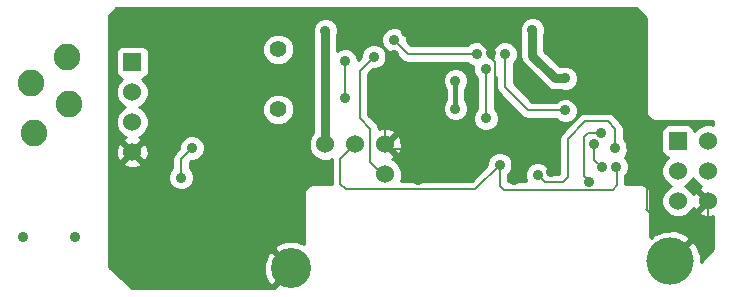
<source format=gbl>
G04 (created by PCBNEW-RS274X (2011-11-27 BZR 3249)-stable) date 23/01/2012 4:41:50 p.m.*
G01*
G70*
G90*
%MOIN*%
G04 Gerber Fmt 3.4, Leading zero omitted, Abs format*
%FSLAX34Y34*%
G04 APERTURE LIST*
%ADD10C,0.006000*%
%ADD11C,0.157500*%
%ADD12C,0.133900*%
%ADD13C,0.088600*%
%ADD14C,0.056000*%
%ADD15C,0.060000*%
%ADD16R,0.060000X0.060000*%
%ADD17C,0.035400*%
%ADD18C,0.035000*%
%ADD19C,0.015700*%
%ADD20C,0.030000*%
%ADD21C,0.008000*%
%ADD22C,0.010000*%
G04 APERTURE END LIST*
G54D10*
G54D11*
X23478Y-08982D03*
G54D12*
X10828Y-09232D03*
G54D13*
X02166Y-03053D03*
G54D14*
X10398Y-03932D03*
X10398Y-01932D03*
G54D15*
X11978Y-05092D03*
X12978Y-05092D03*
X13978Y-06092D03*
X13978Y-05092D03*
G54D16*
X05538Y-02352D03*
G54D15*
X05538Y-03352D03*
X05538Y-04352D03*
X05538Y-05352D03*
G54D17*
X03622Y-08169D03*
X01890Y-08169D03*
G54D13*
X02264Y-04726D03*
X03445Y-03742D03*
X03347Y-02167D03*
G54D16*
X23728Y-04982D03*
G54D15*
X24728Y-04982D03*
X23728Y-05982D03*
X24728Y-05982D03*
X23728Y-06982D03*
X24728Y-06982D03*
G54D18*
X16308Y-03902D03*
X16308Y-02972D03*
X19976Y-02898D03*
X11978Y-01302D03*
X18878Y-01282D03*
X19978Y-03962D03*
X17958Y-02082D03*
X17318Y-02592D03*
X17328Y-04232D03*
X19048Y-06112D03*
X21638Y-05232D03*
X17788Y-05772D03*
X21668Y-05842D03*
X17018Y-02082D03*
X13588Y-02172D03*
X14268Y-01612D03*
X21178Y-04732D03*
X20758Y-06342D03*
X06558Y-00792D03*
X09788Y-09532D03*
X05528Y-08862D03*
X15078Y-06282D03*
X08088Y-09552D03*
X19488Y-06002D03*
X05518Y-07472D03*
X08088Y-03712D03*
X17758Y-03542D03*
X14248Y-02132D03*
X18258Y-06292D03*
X13528Y-03262D03*
X05658Y-00812D03*
X19978Y-03452D03*
X16928Y-02952D03*
X06178Y-09542D03*
X15598Y-01362D03*
X08088Y-08462D03*
X05408Y-01582D03*
X10937Y-07264D03*
X14658Y-01362D03*
X08425Y-05221D03*
X17488Y-02062D03*
X10236Y-05032D03*
X12638Y-02323D03*
X12638Y-03543D03*
X21188Y-05862D03*
X20928Y-05092D03*
X07528Y-05212D03*
X07168Y-06202D03*
G54D19*
X16308Y-02972D02*
X16308Y-03902D01*
G54D20*
X19640Y-02898D02*
X19976Y-02898D01*
X18878Y-02136D02*
X19640Y-02898D01*
X11978Y-01302D02*
X11978Y-05092D01*
X18878Y-01282D02*
X18878Y-02136D01*
G54D21*
X19978Y-03962D02*
X18738Y-03962D01*
X17958Y-02082D02*
X17958Y-03182D01*
X18738Y-03962D02*
X17958Y-03182D01*
X17318Y-02592D02*
X17328Y-02602D01*
X17328Y-02602D02*
X17328Y-04232D01*
X19888Y-06362D02*
X20058Y-06192D01*
X20058Y-06192D02*
X20058Y-04912D01*
X19048Y-06112D02*
X19298Y-06362D01*
X20058Y-04912D02*
X20638Y-04332D01*
X21638Y-04582D02*
X21638Y-05232D01*
X20638Y-04332D02*
X21388Y-04332D01*
X19298Y-06362D02*
X19888Y-06362D01*
X21388Y-04332D02*
X21638Y-04582D01*
X17788Y-06472D02*
X17788Y-05772D01*
X21548Y-06602D02*
X17918Y-06602D01*
X17918Y-06602D02*
X17788Y-06472D01*
X12478Y-06412D02*
X12658Y-06592D01*
X12658Y-06592D02*
X16808Y-06592D01*
X21668Y-05842D02*
X21688Y-05862D01*
X16808Y-06592D02*
X16968Y-06592D01*
X12478Y-05592D02*
X12478Y-06412D01*
X21688Y-06462D02*
X21548Y-06602D01*
X16968Y-06592D02*
X17788Y-05772D01*
X21688Y-05862D02*
X21688Y-06462D01*
X12978Y-05092D02*
X12478Y-05592D01*
X13118Y-04232D02*
X13118Y-02642D01*
X13478Y-05692D02*
X13478Y-04592D01*
X13878Y-06092D02*
X13478Y-05692D01*
X13478Y-04592D02*
X13118Y-04232D01*
X13978Y-06092D02*
X13878Y-06092D01*
X13118Y-02642D02*
X13588Y-02172D01*
X14718Y-02082D02*
X17018Y-02082D01*
X14268Y-01612D02*
X14268Y-01632D01*
X14268Y-01632D02*
X14718Y-02082D01*
X20758Y-06342D02*
X20588Y-06152D01*
X20588Y-04942D02*
X20588Y-04862D01*
X20588Y-04862D02*
X20718Y-04732D01*
X20718Y-04732D02*
X21178Y-04732D01*
X20588Y-06152D02*
X20588Y-04942D01*
X19678Y-05652D02*
X19678Y-04862D01*
X17758Y-03442D02*
X17638Y-03322D01*
X06188Y-09552D02*
X06178Y-09542D01*
X24728Y-07532D02*
X24728Y-06982D01*
X13978Y-05092D02*
X13978Y-04432D01*
X06248Y-01962D02*
X05868Y-01582D01*
X19678Y-04862D02*
X20448Y-04092D01*
X20448Y-04092D02*
X21658Y-04092D01*
X16788Y-01362D02*
X17488Y-02062D01*
X05678Y-00792D02*
X06558Y-00792D01*
X22018Y-04452D02*
X21658Y-04092D01*
X22578Y-05762D02*
X22578Y-05712D01*
X08088Y-09552D02*
X06188Y-09552D01*
X06248Y-02952D02*
X06248Y-01962D01*
X05528Y-08862D02*
X05518Y-08852D01*
X17638Y-02362D02*
X17488Y-02212D01*
X19488Y-05842D02*
X19488Y-06002D01*
X05518Y-08852D02*
X05518Y-07472D01*
X19488Y-05842D02*
X19678Y-05652D01*
X20448Y-04092D02*
X20448Y-03922D01*
X24468Y-07792D02*
X23178Y-07792D01*
X08088Y-08462D02*
X08088Y-09552D01*
X22018Y-05202D02*
X22018Y-04452D01*
X08088Y-08462D02*
X08088Y-03712D01*
X22578Y-05762D02*
X22018Y-05202D01*
X15598Y-01362D02*
X16788Y-01362D01*
X14658Y-01362D02*
X14678Y-01342D01*
X06248Y-04712D02*
X06248Y-03952D01*
X23178Y-07792D02*
X22683Y-07297D01*
X22683Y-07297D02*
X22648Y-07262D01*
X24728Y-07532D02*
X24468Y-07792D01*
X13528Y-02852D02*
X14248Y-02132D01*
X20448Y-03922D02*
X19978Y-03452D01*
X16108Y-05252D02*
X16928Y-04432D01*
X14188Y-05252D02*
X16108Y-05252D01*
X16928Y-04432D02*
X16928Y-02952D01*
X13528Y-03982D02*
X13528Y-03262D01*
X05608Y-05352D02*
X06248Y-04712D01*
X05868Y-01582D02*
X05408Y-01582D01*
X13978Y-04432D02*
X13528Y-03982D01*
X10236Y-06563D02*
X10236Y-05032D01*
X10937Y-07264D02*
X10236Y-06563D01*
X05658Y-00812D02*
X05678Y-00792D01*
X17758Y-03542D02*
X17758Y-03442D01*
X17488Y-02212D02*
X17488Y-02062D01*
X22683Y-05867D02*
X22578Y-05762D01*
X22683Y-07297D02*
X22683Y-05867D01*
X17638Y-03322D02*
X17638Y-02362D01*
X05538Y-05352D02*
X05608Y-05352D01*
X13528Y-03262D02*
X13528Y-02852D01*
X06248Y-02952D02*
X06248Y-03952D01*
X15598Y-01362D02*
X14658Y-01362D01*
X12638Y-02323D02*
X12638Y-03543D01*
X20928Y-05602D02*
X20928Y-05092D01*
X21188Y-05862D02*
X20928Y-05602D01*
X07528Y-05212D02*
X07168Y-05572D01*
X07168Y-05572D02*
X07168Y-06202D01*
G54D10*
G36*
X24903Y-08597D02*
X24494Y-09006D01*
X24492Y-08771D01*
X24344Y-08414D01*
X24201Y-08329D01*
X24131Y-08399D01*
X23549Y-08982D01*
X23478Y-09053D01*
X23407Y-08982D01*
X23478Y-08911D01*
X23513Y-08876D01*
X24131Y-08259D01*
X24046Y-08116D01*
X23671Y-07964D01*
X23267Y-07968D01*
X22910Y-08116D01*
X22851Y-08214D01*
X22809Y-08172D01*
X22809Y-06748D01*
X22784Y-06624D01*
X22714Y-06518D01*
X22608Y-06448D01*
X22484Y-06423D01*
X21978Y-06423D01*
X21978Y-06133D01*
X22028Y-06083D01*
X22093Y-05927D01*
X22093Y-05758D01*
X22029Y-05602D01*
X21949Y-05522D01*
X21998Y-05473D01*
X22063Y-05317D01*
X22063Y-05148D01*
X21999Y-04992D01*
X21928Y-04921D01*
X21928Y-04582D01*
X21906Y-04471D01*
X21843Y-04377D01*
X21593Y-04127D01*
X21499Y-04064D01*
X21388Y-04042D01*
X20638Y-04042D01*
X20527Y-04064D01*
X20433Y-04127D01*
X20403Y-04157D01*
X20403Y-04047D01*
X20403Y-03878D01*
X20401Y-03873D01*
X20401Y-02983D01*
X20401Y-02814D01*
X20337Y-02658D01*
X20217Y-02538D01*
X20061Y-02473D01*
X19892Y-02473D01*
X19831Y-02498D01*
X19805Y-02498D01*
X19278Y-01970D01*
X19278Y-01427D01*
X19303Y-01367D01*
X19303Y-01198D01*
X19239Y-01042D01*
X19119Y-00922D01*
X18963Y-00857D01*
X18794Y-00857D01*
X18638Y-00921D01*
X18518Y-01041D01*
X18453Y-01197D01*
X18453Y-01366D01*
X18478Y-01426D01*
X18478Y-02136D01*
X18508Y-02289D01*
X18595Y-02419D01*
X19354Y-03177D01*
X19357Y-03181D01*
X19486Y-03267D01*
X19487Y-03268D01*
X19640Y-03298D01*
X19831Y-03298D01*
X19891Y-03323D01*
X20060Y-03323D01*
X20216Y-03259D01*
X20336Y-03139D01*
X20401Y-02983D01*
X20401Y-03873D01*
X20339Y-03722D01*
X20219Y-03602D01*
X20063Y-03537D01*
X19894Y-03537D01*
X19738Y-03601D01*
X19667Y-03672D01*
X18858Y-03672D01*
X18248Y-03062D01*
X18248Y-02393D01*
X18318Y-02323D01*
X18383Y-02167D01*
X18383Y-01998D01*
X18319Y-01842D01*
X18199Y-01722D01*
X18043Y-01657D01*
X17874Y-01657D01*
X17718Y-01721D01*
X17598Y-01841D01*
X17533Y-01997D01*
X17533Y-02166D01*
X17559Y-02232D01*
X17437Y-02181D01*
X17443Y-02167D01*
X17443Y-01998D01*
X17379Y-01842D01*
X17259Y-01722D01*
X17103Y-01657D01*
X16934Y-01657D01*
X16778Y-01721D01*
X16707Y-01792D01*
X14838Y-01792D01*
X14693Y-01647D01*
X14693Y-01528D01*
X14629Y-01372D01*
X14509Y-01252D01*
X14353Y-01187D01*
X14184Y-01187D01*
X14028Y-01251D01*
X13908Y-01371D01*
X13843Y-01527D01*
X13843Y-01696D01*
X13907Y-01852D01*
X14027Y-01972D01*
X14183Y-02037D01*
X14263Y-02037D01*
X14513Y-02287D01*
X14607Y-02350D01*
X14718Y-02372D01*
X16707Y-02372D01*
X16777Y-02442D01*
X16898Y-02492D01*
X16893Y-02507D01*
X16893Y-02676D01*
X16957Y-02832D01*
X17038Y-02913D01*
X17038Y-03921D01*
X16968Y-03991D01*
X16903Y-04147D01*
X16903Y-04316D01*
X16967Y-04472D01*
X17087Y-04592D01*
X17243Y-04657D01*
X17412Y-04657D01*
X17568Y-04593D01*
X17688Y-04473D01*
X17753Y-04317D01*
X17753Y-04148D01*
X17689Y-03992D01*
X17618Y-03921D01*
X17618Y-02893D01*
X17668Y-02843D01*
X17668Y-03182D01*
X17690Y-03293D01*
X17753Y-03387D01*
X18533Y-04167D01*
X18627Y-04230D01*
X18738Y-04252D01*
X19667Y-04252D01*
X19737Y-04322D01*
X19893Y-04387D01*
X20062Y-04387D01*
X20218Y-04323D01*
X20338Y-04203D01*
X20403Y-04047D01*
X20403Y-04157D01*
X19853Y-04707D01*
X19790Y-04801D01*
X19768Y-04912D01*
X19768Y-06072D01*
X19473Y-06072D01*
X19473Y-06028D01*
X19409Y-05872D01*
X19289Y-05752D01*
X19133Y-05687D01*
X18964Y-05687D01*
X18808Y-05751D01*
X18688Y-05871D01*
X18623Y-06027D01*
X18623Y-06196D01*
X18670Y-06312D01*
X18078Y-06312D01*
X18078Y-06083D01*
X18148Y-06013D01*
X18213Y-05857D01*
X18213Y-05688D01*
X18149Y-05532D01*
X18029Y-05412D01*
X17873Y-05347D01*
X17704Y-05347D01*
X17548Y-05411D01*
X17428Y-05531D01*
X17363Y-05687D01*
X17363Y-05786D01*
X16847Y-06302D01*
X16808Y-06302D01*
X16733Y-06302D01*
X16733Y-03987D01*
X16733Y-03818D01*
X16669Y-03662D01*
X16636Y-03629D01*
X16636Y-03245D01*
X16668Y-03213D01*
X16733Y-03057D01*
X16733Y-02888D01*
X16669Y-02732D01*
X16549Y-02612D01*
X16393Y-02547D01*
X16224Y-02547D01*
X16068Y-02611D01*
X15948Y-02731D01*
X15883Y-02887D01*
X15883Y-03056D01*
X15947Y-03212D01*
X15980Y-03245D01*
X15980Y-03629D01*
X15948Y-03661D01*
X15883Y-03817D01*
X15883Y-03986D01*
X15947Y-04142D01*
X16067Y-04262D01*
X16223Y-04327D01*
X16392Y-04327D01*
X16548Y-04263D01*
X16668Y-04143D01*
X16733Y-03987D01*
X16733Y-06302D01*
X14485Y-06302D01*
X14527Y-06201D01*
X14527Y-05983D01*
X14521Y-05968D01*
X14521Y-05171D01*
X14510Y-04958D01*
X14450Y-04811D01*
X14356Y-04784D01*
X14049Y-05092D01*
X14356Y-05400D01*
X14450Y-05373D01*
X14521Y-05171D01*
X14521Y-05968D01*
X14443Y-05781D01*
X14289Y-05627D01*
X14197Y-05589D01*
X14259Y-05564D01*
X14286Y-05470D01*
X14013Y-05198D01*
X13978Y-05163D01*
X13907Y-05092D01*
X13978Y-05021D01*
X14013Y-04986D01*
X14286Y-04714D01*
X14259Y-04620D01*
X14057Y-04549D01*
X13844Y-04560D01*
X13767Y-04591D01*
X13746Y-04481D01*
X13683Y-04387D01*
X13408Y-04112D01*
X13408Y-02762D01*
X13573Y-02597D01*
X13672Y-02597D01*
X13828Y-02533D01*
X13948Y-02413D01*
X14013Y-02257D01*
X14013Y-02088D01*
X13949Y-01932D01*
X13829Y-01812D01*
X13673Y-01747D01*
X13504Y-01747D01*
X13348Y-01811D01*
X13228Y-01931D01*
X13163Y-02087D01*
X13163Y-02186D01*
X13063Y-02286D01*
X13063Y-02239D01*
X12999Y-02083D01*
X12879Y-01963D01*
X12723Y-01898D01*
X12554Y-01898D01*
X12398Y-01962D01*
X12378Y-01982D01*
X12378Y-01447D01*
X12403Y-01387D01*
X12403Y-01218D01*
X12339Y-01062D01*
X12219Y-00942D01*
X12063Y-00877D01*
X11894Y-00877D01*
X11738Y-00941D01*
X11618Y-01061D01*
X11553Y-01217D01*
X11553Y-01386D01*
X11578Y-01446D01*
X11578Y-04716D01*
X11513Y-04781D01*
X11429Y-04983D01*
X11429Y-05201D01*
X11513Y-05403D01*
X11667Y-05557D01*
X11869Y-05641D01*
X12087Y-05641D01*
X12188Y-05599D01*
X12188Y-06412D01*
X12190Y-06423D01*
X11578Y-06423D01*
X11454Y-06448D01*
X11348Y-06518D01*
X11278Y-06624D01*
X11253Y-06748D01*
X11253Y-08431D01*
X10993Y-08328D01*
X10928Y-08328D01*
X10928Y-04038D01*
X10928Y-03827D01*
X10928Y-02038D01*
X10928Y-01827D01*
X10847Y-01632D01*
X10699Y-01483D01*
X10504Y-01402D01*
X10293Y-01402D01*
X10098Y-01483D01*
X09949Y-01631D01*
X09868Y-01826D01*
X09868Y-02037D01*
X09949Y-02232D01*
X10097Y-02381D01*
X10292Y-02462D01*
X10503Y-02462D01*
X10698Y-02381D01*
X10847Y-02233D01*
X10928Y-02038D01*
X10928Y-03827D01*
X10847Y-03632D01*
X10699Y-03483D01*
X10504Y-03402D01*
X10293Y-03402D01*
X10098Y-03483D01*
X09949Y-03631D01*
X09868Y-03826D01*
X09868Y-04037D01*
X09949Y-04232D01*
X10097Y-04381D01*
X10292Y-04462D01*
X10503Y-04462D01*
X10698Y-04381D01*
X10847Y-04233D01*
X10928Y-04038D01*
X10928Y-08328D01*
X10635Y-08333D01*
X10329Y-08461D01*
X10259Y-08592D01*
X10793Y-09126D01*
X10828Y-09161D01*
X10899Y-09232D01*
X10828Y-09303D01*
X10793Y-09338D01*
X10757Y-09374D01*
X10757Y-09232D01*
X10188Y-08663D01*
X10057Y-08733D01*
X09924Y-09067D01*
X09929Y-09425D01*
X10057Y-09731D01*
X10188Y-09801D01*
X10757Y-09232D01*
X10757Y-09374D01*
X10259Y-09872D01*
X10272Y-09897D01*
X07953Y-09897D01*
X07953Y-05297D01*
X07953Y-05128D01*
X07889Y-04972D01*
X07769Y-04852D01*
X07613Y-04787D01*
X07444Y-04787D01*
X07288Y-04851D01*
X07168Y-04971D01*
X07103Y-05127D01*
X07103Y-05227D01*
X06963Y-05367D01*
X06900Y-05461D01*
X06878Y-05572D01*
X06878Y-05891D01*
X06808Y-05961D01*
X06743Y-06117D01*
X06743Y-06286D01*
X06807Y-06442D01*
X06927Y-06562D01*
X07083Y-06627D01*
X07252Y-06627D01*
X07408Y-06563D01*
X07528Y-06443D01*
X07593Y-06287D01*
X07593Y-06118D01*
X07529Y-05962D01*
X07458Y-05891D01*
X07458Y-05692D01*
X07513Y-05637D01*
X07612Y-05637D01*
X07768Y-05573D01*
X07888Y-05453D01*
X07953Y-05297D01*
X07953Y-09897D01*
X06087Y-09897D01*
X06087Y-04461D01*
X06087Y-04243D01*
X06003Y-04041D01*
X05849Y-03887D01*
X05764Y-03852D01*
X05849Y-03817D01*
X06003Y-03663D01*
X06087Y-03461D01*
X06087Y-03243D01*
X06003Y-03041D01*
X05863Y-02901D01*
X05887Y-02901D01*
X05979Y-02863D01*
X06049Y-02793D01*
X06087Y-02702D01*
X06087Y-02603D01*
X06087Y-02003D01*
X06049Y-01911D01*
X05979Y-01841D01*
X05888Y-01803D01*
X05789Y-01803D01*
X05189Y-01803D01*
X05097Y-01841D01*
X05027Y-01911D01*
X04989Y-02002D01*
X04989Y-02101D01*
X04989Y-02701D01*
X05027Y-02793D01*
X05097Y-02863D01*
X05188Y-02901D01*
X05213Y-02901D01*
X05073Y-03041D01*
X04989Y-03243D01*
X04989Y-03461D01*
X05073Y-03663D01*
X05227Y-03817D01*
X05311Y-03852D01*
X05227Y-03887D01*
X05073Y-04041D01*
X04989Y-04243D01*
X04989Y-04461D01*
X05073Y-04663D01*
X05227Y-04817D01*
X05318Y-04854D01*
X05257Y-04880D01*
X05230Y-04974D01*
X05538Y-05281D01*
X05846Y-04974D01*
X05819Y-04880D01*
X05753Y-04856D01*
X05849Y-04817D01*
X06003Y-04663D01*
X06087Y-04461D01*
X06087Y-09897D01*
X06081Y-09897D01*
X06081Y-05431D01*
X06070Y-05218D01*
X06010Y-05071D01*
X05916Y-05044D01*
X05609Y-05352D01*
X05916Y-05660D01*
X06010Y-05633D01*
X06081Y-05431D01*
X06081Y-09897D01*
X05846Y-09897D01*
X05846Y-05730D01*
X05538Y-05423D01*
X05467Y-05493D01*
X05467Y-05352D01*
X05160Y-05044D01*
X05066Y-05071D01*
X04995Y-05273D01*
X05006Y-05486D01*
X05066Y-05633D01*
X05160Y-05660D01*
X05467Y-05352D01*
X05467Y-05493D01*
X05230Y-05730D01*
X05257Y-05824D01*
X05459Y-05895D01*
X05672Y-05884D01*
X05819Y-05824D01*
X05846Y-05730D01*
X05846Y-09897D01*
X05514Y-09897D01*
X04778Y-09187D01*
X04778Y-00794D01*
X04789Y-00794D01*
X05009Y-00557D01*
X22343Y-00557D01*
X22653Y-00867D01*
X22653Y-03982D01*
X22678Y-04106D01*
X22748Y-04212D01*
X22854Y-04282D01*
X22978Y-04307D01*
X24903Y-04307D01*
X24903Y-04460D01*
X24837Y-04433D01*
X24619Y-04433D01*
X24417Y-04517D01*
X24277Y-04657D01*
X24277Y-04633D01*
X24239Y-04541D01*
X24169Y-04471D01*
X24078Y-04433D01*
X23979Y-04433D01*
X23379Y-04433D01*
X23287Y-04471D01*
X23217Y-04541D01*
X23179Y-04632D01*
X23179Y-04731D01*
X23179Y-05331D01*
X23217Y-05423D01*
X23287Y-05493D01*
X23378Y-05531D01*
X23403Y-05531D01*
X23263Y-05671D01*
X23179Y-05873D01*
X23179Y-06091D01*
X23263Y-06293D01*
X23417Y-06447D01*
X23501Y-06482D01*
X23417Y-06517D01*
X23263Y-06671D01*
X23179Y-06873D01*
X23179Y-07091D01*
X23263Y-07293D01*
X23417Y-07447D01*
X23619Y-07531D01*
X23837Y-07531D01*
X24039Y-07447D01*
X24193Y-07293D01*
X24230Y-07201D01*
X24256Y-07263D01*
X24350Y-07290D01*
X24657Y-06982D01*
X24350Y-06674D01*
X24256Y-06701D01*
X24232Y-06766D01*
X24193Y-06671D01*
X24039Y-06517D01*
X23954Y-06482D01*
X24039Y-06447D01*
X24193Y-06293D01*
X24228Y-06208D01*
X24263Y-06293D01*
X24417Y-06447D01*
X24508Y-06484D01*
X24447Y-06510D01*
X24420Y-06604D01*
X24693Y-06876D01*
X24728Y-06911D01*
X24799Y-06982D01*
X24728Y-07053D01*
X24420Y-07360D01*
X24447Y-07454D01*
X24649Y-07525D01*
X24862Y-07514D01*
X24903Y-07497D01*
X24903Y-08597D01*
X24903Y-08597D01*
G37*
G54D22*
X24903Y-08597D02*
X24494Y-09006D01*
X24492Y-08771D01*
X24344Y-08414D01*
X24201Y-08329D01*
X24131Y-08399D01*
X23549Y-08982D01*
X23478Y-09053D01*
X23407Y-08982D01*
X23478Y-08911D01*
X23513Y-08876D01*
X24131Y-08259D01*
X24046Y-08116D01*
X23671Y-07964D01*
X23267Y-07968D01*
X22910Y-08116D01*
X22851Y-08214D01*
X22809Y-08172D01*
X22809Y-06748D01*
X22784Y-06624D01*
X22714Y-06518D01*
X22608Y-06448D01*
X22484Y-06423D01*
X21978Y-06423D01*
X21978Y-06133D01*
X22028Y-06083D01*
X22093Y-05927D01*
X22093Y-05758D01*
X22029Y-05602D01*
X21949Y-05522D01*
X21998Y-05473D01*
X22063Y-05317D01*
X22063Y-05148D01*
X21999Y-04992D01*
X21928Y-04921D01*
X21928Y-04582D01*
X21906Y-04471D01*
X21843Y-04377D01*
X21593Y-04127D01*
X21499Y-04064D01*
X21388Y-04042D01*
X20638Y-04042D01*
X20527Y-04064D01*
X20433Y-04127D01*
X20403Y-04157D01*
X20403Y-04047D01*
X20403Y-03878D01*
X20401Y-03873D01*
X20401Y-02983D01*
X20401Y-02814D01*
X20337Y-02658D01*
X20217Y-02538D01*
X20061Y-02473D01*
X19892Y-02473D01*
X19831Y-02498D01*
X19805Y-02498D01*
X19278Y-01970D01*
X19278Y-01427D01*
X19303Y-01367D01*
X19303Y-01198D01*
X19239Y-01042D01*
X19119Y-00922D01*
X18963Y-00857D01*
X18794Y-00857D01*
X18638Y-00921D01*
X18518Y-01041D01*
X18453Y-01197D01*
X18453Y-01366D01*
X18478Y-01426D01*
X18478Y-02136D01*
X18508Y-02289D01*
X18595Y-02419D01*
X19354Y-03177D01*
X19357Y-03181D01*
X19486Y-03267D01*
X19487Y-03268D01*
X19640Y-03298D01*
X19831Y-03298D01*
X19891Y-03323D01*
X20060Y-03323D01*
X20216Y-03259D01*
X20336Y-03139D01*
X20401Y-02983D01*
X20401Y-03873D01*
X20339Y-03722D01*
X20219Y-03602D01*
X20063Y-03537D01*
X19894Y-03537D01*
X19738Y-03601D01*
X19667Y-03672D01*
X18858Y-03672D01*
X18248Y-03062D01*
X18248Y-02393D01*
X18318Y-02323D01*
X18383Y-02167D01*
X18383Y-01998D01*
X18319Y-01842D01*
X18199Y-01722D01*
X18043Y-01657D01*
X17874Y-01657D01*
X17718Y-01721D01*
X17598Y-01841D01*
X17533Y-01997D01*
X17533Y-02166D01*
X17559Y-02232D01*
X17437Y-02181D01*
X17443Y-02167D01*
X17443Y-01998D01*
X17379Y-01842D01*
X17259Y-01722D01*
X17103Y-01657D01*
X16934Y-01657D01*
X16778Y-01721D01*
X16707Y-01792D01*
X14838Y-01792D01*
X14693Y-01647D01*
X14693Y-01528D01*
X14629Y-01372D01*
X14509Y-01252D01*
X14353Y-01187D01*
X14184Y-01187D01*
X14028Y-01251D01*
X13908Y-01371D01*
X13843Y-01527D01*
X13843Y-01696D01*
X13907Y-01852D01*
X14027Y-01972D01*
X14183Y-02037D01*
X14263Y-02037D01*
X14513Y-02287D01*
X14607Y-02350D01*
X14718Y-02372D01*
X16707Y-02372D01*
X16777Y-02442D01*
X16898Y-02492D01*
X16893Y-02507D01*
X16893Y-02676D01*
X16957Y-02832D01*
X17038Y-02913D01*
X17038Y-03921D01*
X16968Y-03991D01*
X16903Y-04147D01*
X16903Y-04316D01*
X16967Y-04472D01*
X17087Y-04592D01*
X17243Y-04657D01*
X17412Y-04657D01*
X17568Y-04593D01*
X17688Y-04473D01*
X17753Y-04317D01*
X17753Y-04148D01*
X17689Y-03992D01*
X17618Y-03921D01*
X17618Y-02893D01*
X17668Y-02843D01*
X17668Y-03182D01*
X17690Y-03293D01*
X17753Y-03387D01*
X18533Y-04167D01*
X18627Y-04230D01*
X18738Y-04252D01*
X19667Y-04252D01*
X19737Y-04322D01*
X19893Y-04387D01*
X20062Y-04387D01*
X20218Y-04323D01*
X20338Y-04203D01*
X20403Y-04047D01*
X20403Y-04157D01*
X19853Y-04707D01*
X19790Y-04801D01*
X19768Y-04912D01*
X19768Y-06072D01*
X19473Y-06072D01*
X19473Y-06028D01*
X19409Y-05872D01*
X19289Y-05752D01*
X19133Y-05687D01*
X18964Y-05687D01*
X18808Y-05751D01*
X18688Y-05871D01*
X18623Y-06027D01*
X18623Y-06196D01*
X18670Y-06312D01*
X18078Y-06312D01*
X18078Y-06083D01*
X18148Y-06013D01*
X18213Y-05857D01*
X18213Y-05688D01*
X18149Y-05532D01*
X18029Y-05412D01*
X17873Y-05347D01*
X17704Y-05347D01*
X17548Y-05411D01*
X17428Y-05531D01*
X17363Y-05687D01*
X17363Y-05786D01*
X16847Y-06302D01*
X16808Y-06302D01*
X16733Y-06302D01*
X16733Y-03987D01*
X16733Y-03818D01*
X16669Y-03662D01*
X16636Y-03629D01*
X16636Y-03245D01*
X16668Y-03213D01*
X16733Y-03057D01*
X16733Y-02888D01*
X16669Y-02732D01*
X16549Y-02612D01*
X16393Y-02547D01*
X16224Y-02547D01*
X16068Y-02611D01*
X15948Y-02731D01*
X15883Y-02887D01*
X15883Y-03056D01*
X15947Y-03212D01*
X15980Y-03245D01*
X15980Y-03629D01*
X15948Y-03661D01*
X15883Y-03817D01*
X15883Y-03986D01*
X15947Y-04142D01*
X16067Y-04262D01*
X16223Y-04327D01*
X16392Y-04327D01*
X16548Y-04263D01*
X16668Y-04143D01*
X16733Y-03987D01*
X16733Y-06302D01*
X14485Y-06302D01*
X14527Y-06201D01*
X14527Y-05983D01*
X14521Y-05968D01*
X14521Y-05171D01*
X14510Y-04958D01*
X14450Y-04811D01*
X14356Y-04784D01*
X14049Y-05092D01*
X14356Y-05400D01*
X14450Y-05373D01*
X14521Y-05171D01*
X14521Y-05968D01*
X14443Y-05781D01*
X14289Y-05627D01*
X14197Y-05589D01*
X14259Y-05564D01*
X14286Y-05470D01*
X14013Y-05198D01*
X13978Y-05163D01*
X13907Y-05092D01*
X13978Y-05021D01*
X14013Y-04986D01*
X14286Y-04714D01*
X14259Y-04620D01*
X14057Y-04549D01*
X13844Y-04560D01*
X13767Y-04591D01*
X13746Y-04481D01*
X13683Y-04387D01*
X13408Y-04112D01*
X13408Y-02762D01*
X13573Y-02597D01*
X13672Y-02597D01*
X13828Y-02533D01*
X13948Y-02413D01*
X14013Y-02257D01*
X14013Y-02088D01*
X13949Y-01932D01*
X13829Y-01812D01*
X13673Y-01747D01*
X13504Y-01747D01*
X13348Y-01811D01*
X13228Y-01931D01*
X13163Y-02087D01*
X13163Y-02186D01*
X13063Y-02286D01*
X13063Y-02239D01*
X12999Y-02083D01*
X12879Y-01963D01*
X12723Y-01898D01*
X12554Y-01898D01*
X12398Y-01962D01*
X12378Y-01982D01*
X12378Y-01447D01*
X12403Y-01387D01*
X12403Y-01218D01*
X12339Y-01062D01*
X12219Y-00942D01*
X12063Y-00877D01*
X11894Y-00877D01*
X11738Y-00941D01*
X11618Y-01061D01*
X11553Y-01217D01*
X11553Y-01386D01*
X11578Y-01446D01*
X11578Y-04716D01*
X11513Y-04781D01*
X11429Y-04983D01*
X11429Y-05201D01*
X11513Y-05403D01*
X11667Y-05557D01*
X11869Y-05641D01*
X12087Y-05641D01*
X12188Y-05599D01*
X12188Y-06412D01*
X12190Y-06423D01*
X11578Y-06423D01*
X11454Y-06448D01*
X11348Y-06518D01*
X11278Y-06624D01*
X11253Y-06748D01*
X11253Y-08431D01*
X10993Y-08328D01*
X10928Y-08328D01*
X10928Y-04038D01*
X10928Y-03827D01*
X10928Y-02038D01*
X10928Y-01827D01*
X10847Y-01632D01*
X10699Y-01483D01*
X10504Y-01402D01*
X10293Y-01402D01*
X10098Y-01483D01*
X09949Y-01631D01*
X09868Y-01826D01*
X09868Y-02037D01*
X09949Y-02232D01*
X10097Y-02381D01*
X10292Y-02462D01*
X10503Y-02462D01*
X10698Y-02381D01*
X10847Y-02233D01*
X10928Y-02038D01*
X10928Y-03827D01*
X10847Y-03632D01*
X10699Y-03483D01*
X10504Y-03402D01*
X10293Y-03402D01*
X10098Y-03483D01*
X09949Y-03631D01*
X09868Y-03826D01*
X09868Y-04037D01*
X09949Y-04232D01*
X10097Y-04381D01*
X10292Y-04462D01*
X10503Y-04462D01*
X10698Y-04381D01*
X10847Y-04233D01*
X10928Y-04038D01*
X10928Y-08328D01*
X10635Y-08333D01*
X10329Y-08461D01*
X10259Y-08592D01*
X10793Y-09126D01*
X10828Y-09161D01*
X10899Y-09232D01*
X10828Y-09303D01*
X10793Y-09338D01*
X10757Y-09374D01*
X10757Y-09232D01*
X10188Y-08663D01*
X10057Y-08733D01*
X09924Y-09067D01*
X09929Y-09425D01*
X10057Y-09731D01*
X10188Y-09801D01*
X10757Y-09232D01*
X10757Y-09374D01*
X10259Y-09872D01*
X10272Y-09897D01*
X07953Y-09897D01*
X07953Y-05297D01*
X07953Y-05128D01*
X07889Y-04972D01*
X07769Y-04852D01*
X07613Y-04787D01*
X07444Y-04787D01*
X07288Y-04851D01*
X07168Y-04971D01*
X07103Y-05127D01*
X07103Y-05227D01*
X06963Y-05367D01*
X06900Y-05461D01*
X06878Y-05572D01*
X06878Y-05891D01*
X06808Y-05961D01*
X06743Y-06117D01*
X06743Y-06286D01*
X06807Y-06442D01*
X06927Y-06562D01*
X07083Y-06627D01*
X07252Y-06627D01*
X07408Y-06563D01*
X07528Y-06443D01*
X07593Y-06287D01*
X07593Y-06118D01*
X07529Y-05962D01*
X07458Y-05891D01*
X07458Y-05692D01*
X07513Y-05637D01*
X07612Y-05637D01*
X07768Y-05573D01*
X07888Y-05453D01*
X07953Y-05297D01*
X07953Y-09897D01*
X06087Y-09897D01*
X06087Y-04461D01*
X06087Y-04243D01*
X06003Y-04041D01*
X05849Y-03887D01*
X05764Y-03852D01*
X05849Y-03817D01*
X06003Y-03663D01*
X06087Y-03461D01*
X06087Y-03243D01*
X06003Y-03041D01*
X05863Y-02901D01*
X05887Y-02901D01*
X05979Y-02863D01*
X06049Y-02793D01*
X06087Y-02702D01*
X06087Y-02603D01*
X06087Y-02003D01*
X06049Y-01911D01*
X05979Y-01841D01*
X05888Y-01803D01*
X05789Y-01803D01*
X05189Y-01803D01*
X05097Y-01841D01*
X05027Y-01911D01*
X04989Y-02002D01*
X04989Y-02101D01*
X04989Y-02701D01*
X05027Y-02793D01*
X05097Y-02863D01*
X05188Y-02901D01*
X05213Y-02901D01*
X05073Y-03041D01*
X04989Y-03243D01*
X04989Y-03461D01*
X05073Y-03663D01*
X05227Y-03817D01*
X05311Y-03852D01*
X05227Y-03887D01*
X05073Y-04041D01*
X04989Y-04243D01*
X04989Y-04461D01*
X05073Y-04663D01*
X05227Y-04817D01*
X05318Y-04854D01*
X05257Y-04880D01*
X05230Y-04974D01*
X05538Y-05281D01*
X05846Y-04974D01*
X05819Y-04880D01*
X05753Y-04856D01*
X05849Y-04817D01*
X06003Y-04663D01*
X06087Y-04461D01*
X06087Y-09897D01*
X06081Y-09897D01*
X06081Y-05431D01*
X06070Y-05218D01*
X06010Y-05071D01*
X05916Y-05044D01*
X05609Y-05352D01*
X05916Y-05660D01*
X06010Y-05633D01*
X06081Y-05431D01*
X06081Y-09897D01*
X05846Y-09897D01*
X05846Y-05730D01*
X05538Y-05423D01*
X05467Y-05493D01*
X05467Y-05352D01*
X05160Y-05044D01*
X05066Y-05071D01*
X04995Y-05273D01*
X05006Y-05486D01*
X05066Y-05633D01*
X05160Y-05660D01*
X05467Y-05352D01*
X05467Y-05493D01*
X05230Y-05730D01*
X05257Y-05824D01*
X05459Y-05895D01*
X05672Y-05884D01*
X05819Y-05824D01*
X05846Y-05730D01*
X05846Y-09897D01*
X05514Y-09897D01*
X04778Y-09187D01*
X04778Y-00794D01*
X04789Y-00794D01*
X05009Y-00557D01*
X22343Y-00557D01*
X22653Y-00867D01*
X22653Y-03982D01*
X22678Y-04106D01*
X22748Y-04212D01*
X22854Y-04282D01*
X22978Y-04307D01*
X24903Y-04307D01*
X24903Y-04460D01*
X24837Y-04433D01*
X24619Y-04433D01*
X24417Y-04517D01*
X24277Y-04657D01*
X24277Y-04633D01*
X24239Y-04541D01*
X24169Y-04471D01*
X24078Y-04433D01*
X23979Y-04433D01*
X23379Y-04433D01*
X23287Y-04471D01*
X23217Y-04541D01*
X23179Y-04632D01*
X23179Y-04731D01*
X23179Y-05331D01*
X23217Y-05423D01*
X23287Y-05493D01*
X23378Y-05531D01*
X23403Y-05531D01*
X23263Y-05671D01*
X23179Y-05873D01*
X23179Y-06091D01*
X23263Y-06293D01*
X23417Y-06447D01*
X23501Y-06482D01*
X23417Y-06517D01*
X23263Y-06671D01*
X23179Y-06873D01*
X23179Y-07091D01*
X23263Y-07293D01*
X23417Y-07447D01*
X23619Y-07531D01*
X23837Y-07531D01*
X24039Y-07447D01*
X24193Y-07293D01*
X24230Y-07201D01*
X24256Y-07263D01*
X24350Y-07290D01*
X24657Y-06982D01*
X24350Y-06674D01*
X24256Y-06701D01*
X24232Y-06766D01*
X24193Y-06671D01*
X24039Y-06517D01*
X23954Y-06482D01*
X24039Y-06447D01*
X24193Y-06293D01*
X24228Y-06208D01*
X24263Y-06293D01*
X24417Y-06447D01*
X24508Y-06484D01*
X24447Y-06510D01*
X24420Y-06604D01*
X24693Y-06876D01*
X24728Y-06911D01*
X24799Y-06982D01*
X24728Y-07053D01*
X24420Y-07360D01*
X24447Y-07454D01*
X24649Y-07525D01*
X24862Y-07514D01*
X24903Y-07497D01*
X24903Y-08597D01*
M02*

</source>
